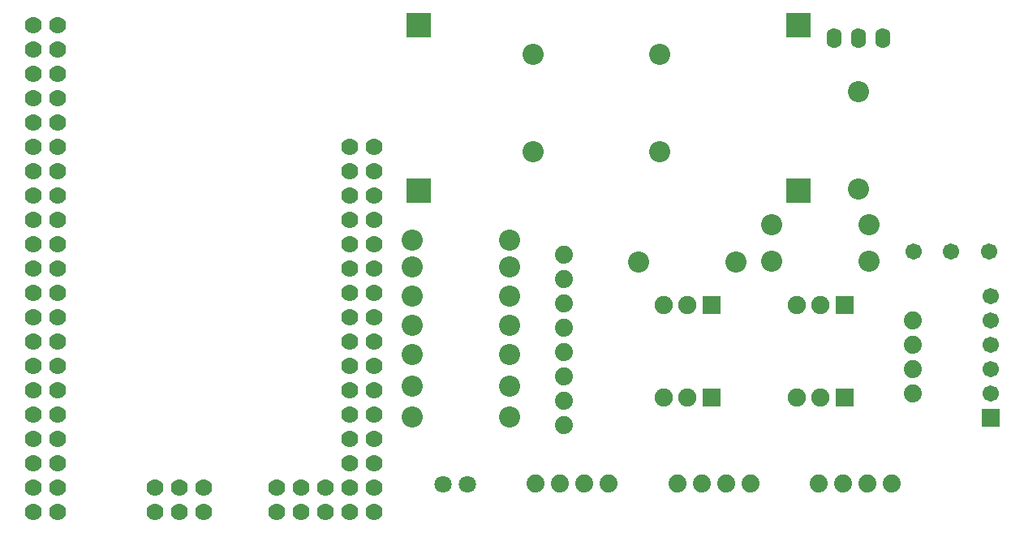
<source format=gts>
G04 Layer: TopSolderMaskLayer*
G04 EasyEDA v6.5.46, 2025-01-08 10:31:20*
G04 Gerber Generator version 0.2*
G04 Scale: 100 percent, Rotated: No, Reflected: No *
G04 Dimensions in inches *
G04 leading zeros omitted , absolute positions ,3 integer and 6 decimal *
%FSLAX36Y36*%
%MOIN*%

%AMMACRO1*4,1,8,-0.0363,-0.0374,-0.0374,-0.0363,-0.0374,0.0363,-0.0363,0.0374,0.0363,0.0374,0.0374,0.0363,0.0374,-0.0363,0.0363,-0.0374,-0.0363,-0.0374,0*%
%AMMACRO2*4,1,8,-0.05,-0.0512,-0.0512,-0.05,-0.0512,0.05,-0.05,0.0512,0.05,0.0512,0.0512,0.05,0.0512,-0.05,0.05,-0.0512,-0.05,-0.0512,0*%
%ADD10C,0.0867*%
%ADD11C,0.0670*%
%ADD12MACRO1*%
%ADD13C,0.0749*%
%ADD14O,0.063055X0.08274000000000001*%
%ADD15C,0.0709*%
%ADD16C,0.0740*%
%ADD17MACRO2*%
%ADD18C,0.0700*%

%LPD*%
D10*
G01*
X2860000Y1705000D03*
G01*
X2860000Y2105000D03*
D11*
G01*
X4220000Y1110000D03*
G01*
X4220000Y1010000D03*
G01*
X4220000Y910000D03*
G01*
X4220000Y810000D03*
G01*
X4220000Y710000D03*
D12*
G01*
X4220000Y610000D03*
G01*
X3072663Y695000D03*
D13*
G01*
X2974240Y695000D03*
G01*
X2875820Y695000D03*
D11*
G01*
X3902359Y1293539D03*
G01*
X4057479Y1293539D03*
G01*
X4212600Y1293539D03*
D14*
G01*
X3575000Y2169699D03*
G01*
X3675000Y2169699D03*
G01*
X3775000Y2169699D03*
D10*
G01*
X3720000Y1255000D03*
G01*
X3320000Y1255000D03*
G01*
X3174240Y1250000D03*
G01*
X2774240Y1250000D03*
D15*
G01*
X1970990Y338840D03*
G01*
X2069420Y338840D03*
D10*
G01*
X1842500Y1340000D03*
G01*
X2242500Y1340000D03*
G01*
X1842500Y1230000D03*
G01*
X2242500Y1230000D03*
G01*
X1842500Y1110000D03*
G01*
X2242500Y1110000D03*
G01*
X1842500Y990000D03*
G01*
X2242500Y990000D03*
G01*
X1842500Y870000D03*
G01*
X2242500Y870000D03*
G01*
X1842500Y740000D03*
G01*
X2242500Y740000D03*
G01*
X1842500Y615000D03*
G01*
X2242500Y615000D03*
G01*
X2340000Y2105000D03*
G01*
X2340000Y1705000D03*
D12*
G01*
X3072662Y1075000D03*
D13*
G01*
X2974240Y1075000D03*
G01*
X2875820Y1075000D03*
D12*
G01*
X3618424Y695000D03*
D13*
G01*
X3520000Y695000D03*
G01*
X3421580Y695000D03*
D12*
G01*
X3618424Y1075000D03*
D13*
G01*
X3520000Y1075000D03*
G01*
X3421580Y1075000D03*
D10*
G01*
X3675000Y1550000D03*
G01*
X3675000Y1950000D03*
D16*
G01*
X3132359Y341849D03*
G01*
X3232359Y341849D03*
G01*
X3032359Y341930D03*
G01*
X2932359Y341930D03*
G01*
X2551300Y341849D03*
G01*
X2651300Y341849D03*
G01*
X2451300Y341930D03*
G01*
X2351300Y341930D03*
G01*
X2465559Y1180000D03*
G01*
X2465559Y1280000D03*
G01*
X2465559Y1080000D03*
G01*
X2465559Y980000D03*
G01*
X2465559Y880000D03*
G01*
X2465559Y780000D03*
G01*
X2465559Y680000D03*
G01*
X2465559Y580000D03*
G01*
X3712110Y341849D03*
G01*
X3812110Y341849D03*
G01*
X3612110Y341930D03*
G01*
X3512110Y341930D03*
D17*
G01*
X1870000Y2225000D03*
G01*
X1870000Y1545000D03*
G01*
X3430000Y1545000D03*
G01*
X3430000Y2225000D03*
D18*
G01*
X385000Y2225000D03*
G01*
X285000Y2225000D03*
G01*
X385000Y2125000D03*
G01*
X285000Y2125000D03*
G01*
X285000Y2025000D03*
G01*
X385000Y2025000D03*
G01*
X385000Y1925000D03*
G01*
X285000Y1925000D03*
G01*
X285000Y1825000D03*
G01*
X385000Y1825000D03*
G01*
X385000Y1725000D03*
G01*
X285000Y1725000D03*
G01*
X285000Y1625000D03*
G01*
X285000Y1525000D03*
G01*
X285000Y1425000D03*
G01*
X285000Y1325000D03*
G01*
X285000Y1225000D03*
G01*
X285000Y1125000D03*
G01*
X285000Y1025000D03*
G01*
X285000Y925000D03*
G01*
X285000Y825000D03*
G01*
X285000Y725000D03*
G01*
X385000Y1625000D03*
G01*
X385000Y1525000D03*
G01*
X385000Y1425000D03*
G01*
X385000Y1325000D03*
G01*
X385000Y1225000D03*
G01*
X385000Y1125000D03*
G01*
X385000Y1025000D03*
G01*
X385000Y925000D03*
G01*
X385000Y825000D03*
G01*
X385000Y725000D03*
G01*
X285000Y625000D03*
G01*
X285000Y525000D03*
G01*
X285000Y425000D03*
G01*
X285000Y325000D03*
G01*
X285000Y225000D03*
G01*
X385000Y225000D03*
G01*
X385000Y325000D03*
G01*
X385000Y425000D03*
G01*
X385000Y525000D03*
G01*
X385000Y625000D03*
G01*
X1585000Y1725000D03*
G01*
X1685000Y1725000D03*
G01*
X1685000Y1625000D03*
G01*
X1585000Y1625000D03*
G01*
X1585000Y1525000D03*
G01*
X1685000Y1525000D03*
G01*
X1685000Y1425000D03*
G01*
X1585000Y1425000D03*
G01*
X1685000Y1325000D03*
G01*
X1585000Y1325000D03*
G01*
X1685000Y1225000D03*
G01*
X1585000Y1225000D03*
G01*
X1685000Y1125000D03*
G01*
X1585000Y1125000D03*
G01*
X1685000Y1025000D03*
G01*
X1585000Y1025000D03*
G01*
X1685000Y925000D03*
G01*
X1585000Y925000D03*
G01*
X1685000Y825000D03*
G01*
X1585000Y825000D03*
G01*
X1685000Y725000D03*
G01*
X1585000Y725000D03*
G01*
X1685000Y625000D03*
G01*
X1585000Y625000D03*
G01*
X1685000Y525000D03*
G01*
X1585000Y525000D03*
G01*
X1685000Y425000D03*
G01*
X1585000Y425000D03*
G01*
X1685000Y325000D03*
G01*
X1585000Y325000D03*
G01*
X1685000Y225000D03*
G01*
X1585000Y225000D03*
G01*
X1485000Y225000D03*
G01*
X1485000Y325000D03*
G01*
X1385000Y325000D03*
G01*
X1385000Y225000D03*
G01*
X1285000Y225000D03*
G01*
X1285000Y325000D03*
G01*
X785000Y325000D03*
G01*
X785000Y225000D03*
G01*
X885000Y325000D03*
G01*
X985000Y325000D03*
G01*
X985000Y225000D03*
G01*
X885000Y225000D03*
D16*
G01*
X3898370Y912500D03*
G01*
X3898370Y1012500D03*
G01*
X3898289Y812500D03*
G01*
X3898289Y712500D03*
D10*
G01*
X3720000Y1405000D03*
G01*
X3320000Y1405000D03*
M02*

</source>
